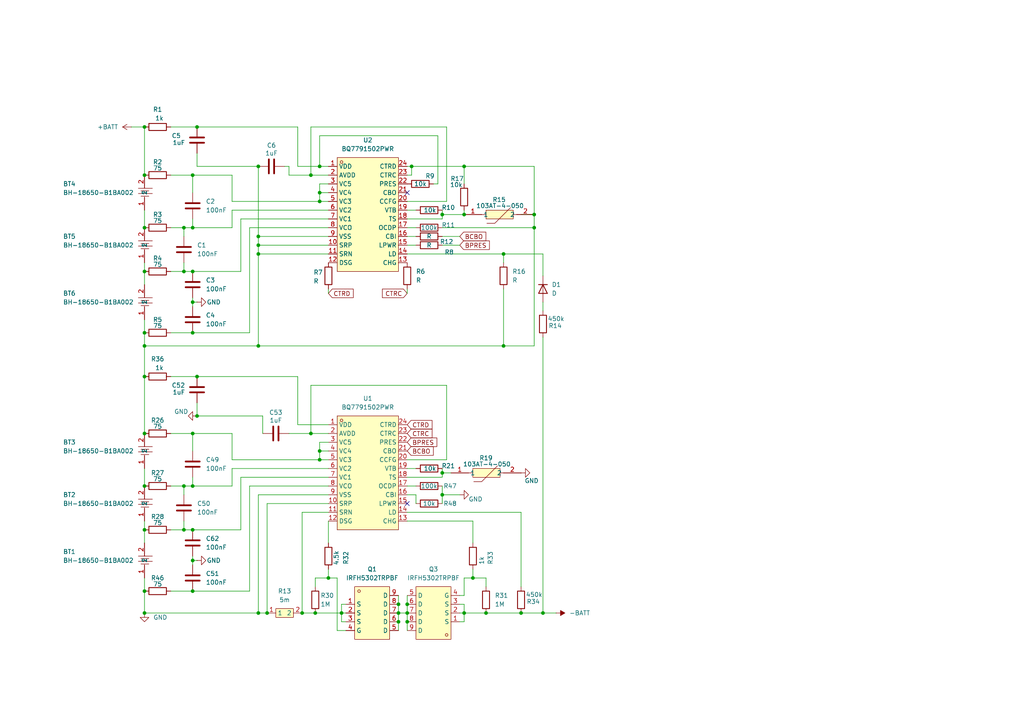
<source format=kicad_sch>
(kicad_sch (version 20250114) (generator "eeschema") (generator_version "9.0")
  (paper "A4")
  (lib_symbols
    (symbol "Device:C" (pin_numbers (hide yes)) (pin_names (offset 0.254))
      (property "Reference" "C" (at 0.635 2.54 0))
      (property "Value" "C" (at 0.635 -2.54 0))
      (symbol "C_0_1"
        (polyline (pts (xy -2.032 0.762) (xy 2.032 0.762)) (stroke (width 0.508)))
        (polyline (pts (xy -2.032 -0.762) (xy 2.032 -0.762)) (stroke (width 0.508)))
      )
      (symbol "C_1_1"
        (pin passive line (at 0 3.81 270) (length 2.794) (name "~") (number "1"))
        (pin passive line (at 0 -3.81 90) (length 2.794) (name "~") (number "2"))
      )
    )
    (symbol "Device:D" (pin_numbers (hide yes)) (pin_names (offset 1.016) (hide yes))
      (property "Reference" "D" (at 0 2.54 0))
      (property "Value" "D" (at 0 -2.54 0))
      (symbol "D_0_1"
        (polyline (pts (xy -1.27 1.27) (xy -1.27 -1.27)) (stroke (width 0.254)))
        (polyline (pts (xy 1.27 1.27) (xy 1.27 -1.27) (xy -1.27 0) (xy 1.27 1.27)) (stroke (width 0.254)))
        (polyline (pts (xy 1.27 0) (xy -1.27 0)))
      )
      (symbol "D_1_1"
        (pin passive line (at -3.81 0 0) (length 2.54) (name "K") (number "1"))
        (pin passive line (at 3.81 0 180) (length 2.54) (name "A") (number "2"))
      )
    )
    (symbol "Device:R" (pin_numbers (hide yes)) (pin_names (offset 0))
      (property "Reference" "R" (at 2.032 0 90))
      (property "Value" "R" (at 0 0 90))
      (symbol "R_0_1"
        (rectangle (start -1.016 -2.54) (end 1.016 2.54) (stroke (width 0.254)))
      )
      (symbol "R_1_1"
        (pin passive line (at 0 3.81 270) (length 1.27) (name "~") (number "1"))
        (pin passive line (at 0 -3.81 90) (length 1.27) (name "~") (number "2"))
      )
    )
    (symbol "GND_2" (power) (pin_numbers (hide yes)) (pin_names (offset 0) (hide yes))
      (property "Value" "GND" (at 0 -3.81 0))
      (symbol "GND_2_0_1"
        (polyline (pts (xy 0 0) (xy 0 -1.27) (xy 1.27 -1.27) (xy 0 -2.54) (xy -1.27 -1.27) (xy 0 -1.27)))
      )
      (symbol "GND_2_1_1"
        (pin power_in line (at 0 0 270) (length 0) (name "~") (number "1"))
      )
    )
    (symbol "easyeda2kicad:103AT-4-050"
      (property "Reference" "R" (at 0 5.08 0))
      (property "Value" "103AT-4-050" (at 0 -5.08 0))
      (symbol "103AT-4-050_0_1"
        (rectangle (start -3.81 1.27) (end 4.06 -1.27) (fill (type background)))
        (polyline (pts (xy -3.81 0) (xy -5.08 0)))
        (polyline (pts (xy -3.56 -2.54) (xy -1.27 -2.54) (xy 3.3 2.03)))
        (polyline (pts (xy 4.06 0) (xy 5.08 0)))
        (pin unspecified line (at -10.16 0 0) (length 5.08) (name "1") (number "1"))
        (pin unspecified line (at 10.16 0 180) (length 5.08) (name "2") (number "2"))
      )
    )
    (symbol "easyeda2kicad:BH-18650-B1BA002"
      (property "Reference" "BT" (at 0 5.08 0))
      (property "Value" "BH-18650-B1BA002" (at 0 -5.08 0))
      (symbol "BH-18650-B1BA002_0_1"
        (polyline (pts (xy -1.27 2.29) (xy -1.27 -1.78)))
        (polyline (pts (xy -0.51 1.27) (xy -0.51 -1.02)))
        (polyline (pts (xy 0.25 2.29) (xy 0.25 -1.78)))
        (polyline (pts (xy 1.02 1.27) (xy 1.02 -1.02)))
        (pin input line (at -5.08 0 0) (length 3.81) (name "2") (number "2"))
        (pin input line (at 5.08 0 180) (length 3.81) (name "1") (number "1"))
      )
    )
    (symbol "easyeda2kicad:BQ7791502PWR"
      (property "Reference" "U" (at 0 19.05 0))
      (property "Value" "BQ7791502PWR" (at 0 -19.05 0))
      (symbol "BQ7791502PWR_0_1"
        (rectangle (start -8.89 16.51) (end 8.89 -16.51) (fill (type background)))
        (circle (center -7.62 15.24) (radius 0.38))
        (pin unspecified line (at -11.43 13.97 0) (length 2.54) (name "VDD") (number "1"))
        (pin unspecified line (at -11.43 11.43 0) (length 2.54) (name "AVDD") (number "2"))
        (pin unspecified line (at -11.43 8.89 0) (length 2.54) (name "VC5") (number "3"))
        (pin unspecified line (at -11.43 6.35 0) (length 2.54) (name "VC4") (number "4"))
        (pin unspecified line (at -11.43 3.81 0) (length 2.54) (name "VC3") (number "5"))
        (pin unspecified line (at -11.43 1.27 0) (length 2.54) (name "VC2") (number "6"))
        (pin unspecified line (at -11.43 -1.27 0) (length 2.54) (name "VC1") (number "7"))
        (pin unspecified line (at -11.43 -3.81 0) (length 2.54) (name "VCO") (number "8"))
        (pin unspecified line (at -11.43 -6.35 0) (length 2.54) (name "VSS") (number "9"))
        (pin unspecified line (at -11.43 -8.89 0) (length 2.54) (name "SRP") (number "10"))
        (pin unspecified line (at -11.43 -11.43 0) (length 2.54) (name "SRN") (number "11"))
        (pin unspecified line (at -11.43 -13.97 0) (length 2.54) (name "DSG") (number "12"))
        (pin unspecified line (at 11.43 13.97 180) (length 2.54) (name "CTRD") (number "24"))
        (pin unspecified line (at 11.43 11.43 180) (length 2.54) (name "CTRC") (number "23"))
        (pin unspecified line (at 11.43 8.89 180) (length 2.54) (name "PRES") (number "22"))
        (pin unspecified line (at 11.43 6.35 180) (length 2.54) (name "CBO") (number "21"))
        (pin unspecified line (at 11.43 3.81 180) (length 2.54) (name "CCFG") (number "20"))
        (pin unspecified line (at 11.43 1.27 180) (length 2.54) (name "VTB") (number "19"))
        (pin unspecified line (at 11.43 -1.27 180) (length 2.54) (name "TS") (number "18"))
        (pin unspecified line (at 11.43 -3.81 180) (length 2.54) (name "OCDP") (number "17"))
        (pin unspecified line (at 11.43 -6.35 180) (length 2.54) (name "CBI") (number "16"))
        (pin unspecified line (at 11.43 -8.89 180) (length 2.54) (name "LPWR") (number "15"))
        (pin unspecified line (at 11.43 -11.43 180) (length 2.54) (name "LD") (number "14"))
        (pin unspecified line (at 11.43 -13.97 180) (length 2.54) (name "CHG") (number "13"))
      )
    )
    (symbol "easyeda2kicad:FRM121WFR005TM"
      (property "Reference" "R" (at 0 5.08 0))
      (property "Value" "FRM121WFR005TM" (at 0 -5.08 0))
      (symbol "FRM121WFR005TM_0_1"
        (rectangle (start -2.54 1.27) (end 2.54 -1.27) (fill (type background)))
        (pin unspecified line (at -5.08 0 0) (length 2.54) (name "1") (number "1"))
        (pin unspecified line (at 5.08 0 180) (length 2.54) (name "2") (number "2"))
      )
    )
    (symbol "easyeda2kicad:IRFH5302TRPBF"
      (property "Reference" "Q" (at 0 10.16 0))
      (property "Value" "IRFH5302TRPBF" (at 0 -10.16 0))
      (symbol "IRFH5302TRPBF_0_1"
        (rectangle (start -5.08 7.62) (end 5.08 -7.62) (fill (type background)))
        (circle (center -3.81 6.35) (radius 0.38))
        (pin unspecified line (at -7.62 2.54 0) (length 2.54) (name "S") (number "1"))
        (pin unspecified line (at -7.62 0 0) (length 2.54) (name "S") (number "2"))
        (pin unspecified line (at -7.62 -2.54 0) (length 2.54) (name "S") (number "3"))
        (pin unspecified line (at -7.62 -5.08 0) (length 2.54) (name "G") (number "4"))
        (pin unspecified line (at 7.62 5.08 180) (length 2.54) (name "D") (number "9"))
        (pin unspecified line (at 7.62 2.54 180) (length 2.54) (name "D") (number "8"))
        (pin unspecified line (at 7.62 0 180) (length 2.54) (name "D") (number "7"))
        (pin unspecified line (at 7.62 -2.54 180) (length 2.54) (name "D") (number "6"))
        (pin unspecified line (at 7.62 -5.08 180) (length 2.54) (name "D") (number "5"))
      )
    )
    (symbol "power:+BATT" (power) (pin_numbers (hide yes)) (pin_names (offset 0) (hide yes))
      (property "Value" "+BATT" (at 0 3.556 0))
      (symbol "+BATT_0_1"
        (polyline (pts (xy -0.762 1.27) (xy 0 2.54)))
        (polyline (pts (xy 0 2.54) (xy 0.762 1.27)))
        (polyline (pts (xy 0 0) (xy 0 2.54)))
      )
      (symbol "+BATT_1_1"
        (pin power_in line (at 0 0 90) (length 0) (name "~") (number "1"))
      )
    )
    (symbol "power:-BATT" (power) (pin_numbers (hide yes)) (pin_names (offset 0) (hide yes))
      (property "Value" "-BATT" (at 0 3.556 0))
      (symbol "-BATT_0_1"
        (polyline (pts (xy 0 0) (xy 0 2.54)))
        (polyline (pts (xy 0.762 1.27) (xy -0.762 1.27) (xy 0 2.54) (xy 0.762 1.27)) (fill (type outline)))
      )
      (symbol "-BATT_1_1"
        (pin power_in line (at 0 0 90) (length 0) (name "~") (number "1"))
      )
    )
  )
  (junction (at 119.38 48.26))
  (junction (at 53.34 78.74))
  (junction (at 128.27 137.16))
  (junction (at 91.44 177.8))
  (junction (at 92.71 48.26))
  (junction (at 53.34 66.04))
  (junction (at 92.71 55.88))
  (junction (at 128.27 143.51))
  (junction (at 154.94 66.04))
  (junction (at 55.88 140.97))
  (junction (at 74.93 177.8))
  (junction (at 157.48 177.8))
  (junction (at 55.88 66.04))
  (junction (at 41.91 125.73))
  (junction (at 134.62 62.23))
  (junction (at 41.91 153.67))
  (junction (at 134.62 48.26))
  (junction (at 134.62 177.8))
  (junction (at 41.91 140.97))
  (junction (at 53.34 140.97))
  (junction (at 53.34 153.67))
  (junction (at 137.16 167.64))
  (junction (at 41.91 100.33))
  (junction (at 140.97 177.8))
  (junction (at 92.71 58.42))
  (junction (at 118.11 180.34))
  (junction (at 115.57 175.26))
  (junction (at 74.93 100.33))
  (junction (at 74.93 48.26))
  (junction (at 57.15 36.83))
  (junction (at 55.88 50.8))
  (junction (at 55.88 153.67))
  (junction (at 99.06 177.8))
  (junction (at 90.17 125.73))
  (junction (at 146.05 100.33))
  (junction (at 41.91 50.8))
  (junction (at 74.93 68.58))
  (junction (at 90.17 50.8))
  (junction (at 41.91 66.04))
  (junction (at 146.05 73.66))
  (junction (at 55.88 87.63))
  (junction (at 55.88 125.73))
  (junction (at 95.25 167.64))
  (junction (at 57.15 109.22))
  (junction (at 41.91 109.22))
  (junction (at 55.88 171.45))
  (junction (at 74.93 71.12))
  (junction (at 55.88 162.56))
  (junction (at 118.11 175.26))
  (junction (at 41.91 171.45))
  (junction (at 74.93 73.66))
  (junction (at 118.11 177.8))
  (junction (at 77.47 177.8))
  (junction (at 87.63 177.8))
  (junction (at 41.91 177.8))
  (junction (at 55.88 96.52))
  (junction (at 154.94 62.23))
  (junction (at 41.91 96.52))
  (junction (at 115.57 177.8))
  (junction (at 92.71 133.35))
  (junction (at 41.91 78.74))
  (junction (at 128.27 62.23))
  (junction (at 57.15 120.65))
  (junction (at 92.71 130.81))
  (junction (at 115.57 180.34))
  (junction (at 55.88 78.74))
  (junction (at 151.13 177.8))
  (junction (at 41.91 36.83))
  (no_connect (at 118.11 146.05))
  (no_connect (at 118.11 55.88))
  (wire (pts (xy 95.25 66.04) (xy 72.39 66.04)))
  (wire (pts (xy 67.31 133.35) (xy 67.31 125.73)))
  (wire (pts (xy 53.34 140.97) (xy 49.53 140.97)))
  (wire (pts (xy 90.17 125.73) (xy 95.25 125.73)))
  (wire (pts (xy 95.25 146.05) (xy 77.47 146.05)))
  (wire (pts (xy 92.71 133.35) (xy 67.31 133.35)))
  (wire (pts (xy 41.91 96.52) (xy 41.91 92.71)))
  (wire (pts (xy 118.11 177.8) (xy 118.11 180.34)))
  (wire (pts (xy 120.65 146.05) (xy 120.65 143.51)))
  (wire (pts (xy 74.93 71.12) (xy 95.25 71.12)))
  (wire (pts (xy 95.25 135.89) (xy 67.31 135.89)))
  (wire (pts (xy 41.91 100.33) (xy 41.91 109.22)))
  (wire (pts (xy 157.48 97.79) (xy 157.48 177.8)))
  (wire (pts (xy 154.94 62.23) (xy 151.13 62.23)))
  (wire (pts (xy 41.91 151.13) (xy 41.91 153.67)))
  (wire (pts (xy 95.25 133.35) (xy 92.71 133.35)))
  (wire (pts (xy 115.57 180.34) (xy 115.57 182.88)))
  (wire (pts (xy 151.13 177.8) (xy 157.48 177.8)))
  (wire (pts (xy 41.91 78.74) (xy 41.91 82.55)))
  (wire (pts (xy 99.06 177.8) (xy 100.33 177.8)))
  (wire (pts (xy 118.11 50.8) (xy 119.38 50.8)))
  (wire (pts (xy 55.88 66.04) (xy 53.34 66.04)))
  (wire (pts (xy 53.34 66.04) (xy 49.53 66.04)))
  (wire (pts (xy 128.27 138.43) (xy 118.11 138.43)))
  (wire (pts (xy 90.17 111.76) (xy 90.17 125.73)))
  (wire (pts (xy 128.27 143.51) (xy 128.27 146.05)))
  (wire (pts (xy 128.27 62.23) (xy 128.27 63.5)))
  (wire (pts (xy 86.36 48.26) (xy 86.36 36.83)))
  (wire (pts (xy 133.35 180.34) (xy 134.62 180.34)))
  (wire (pts (xy 134.62 60.96) (xy 134.62 62.23)))
  (wire (pts (xy 90.17 36.83) (xy 90.17 50.8)))
  (wire (pts (xy 57.15 120.65) (xy 57.15 116.84)))
  (wire (pts (xy 118.11 48.26) (xy 119.38 48.26)))
  (wire (pts (xy 92.71 53.34) (xy 92.71 55.88)))
  (wire (pts (xy 49.53 125.73) (xy 55.88 125.73)))
  (wire (pts (xy 92.71 39.37) (xy 92.71 48.26)))
  (wire (pts (xy 86.36 123.19) (xy 95.25 123.19)))
  (wire (pts (xy 95.25 58.42) (xy 92.71 58.42)))
  (wire (pts (xy 129.54 111.76) (xy 90.17 111.76)))
  (wire (pts (xy 90.17 50.8) (xy 95.25 50.8)))
  (wire (pts (xy 134.62 48.26) (xy 134.62 53.34)))
  (wire (pts (xy 87.63 177.8) (xy 91.44 177.8)))
  (wire (pts (xy 74.93 68.58) (xy 74.93 71.12)))
  (wire (pts (xy 92.71 128.27) (xy 92.71 130.81)))
  (wire (pts (xy 128.27 66.04) (xy 154.94 66.04)))
  (wire (pts (xy 86.36 123.19) (xy 86.36 109.22)))
  (wire (pts (xy 100.33 182.88) (xy 97.79 182.88)))
  (wire (pts (xy 74.93 100.33) (xy 146.05 100.33)))
  (wire (pts (xy 92.71 130.81) (xy 92.71 133.35)))
  (wire (pts (xy 41.91 135.89) (xy 41.91 140.97)))
  (wire (pts (xy 95.25 140.97) (xy 72.39 140.97)))
  (wire (pts (xy 72.39 140.97) (xy 72.39 171.45)))
  (wire (pts (xy 130.81 137.16) (xy 128.27 137.16)))
  (wire (pts (xy 157.48 87.63) (xy 157.48 90.17)))
  (wire (pts (xy 137.16 167.64) (xy 134.62 167.64)))
  (wire (pts (xy 67.31 125.73) (xy 55.88 125.73)))
  (wire (pts (xy 95.25 167.64) (xy 97.79 167.64)))
  (wire (pts (xy 55.88 138.43) (xy 55.88 140.97)))
  (wire (pts (xy 67.31 58.42) (xy 67.31 50.8)))
  (wire (pts (xy 118.11 66.04) (xy 120.65 66.04)))
  (wire (pts (xy 86.36 36.83) (xy 57.15 36.83)))
  (wire (pts (xy 118.11 135.89) (xy 120.65 135.89)))
  (wire (pts (xy 67.31 135.89) (xy 67.31 140.97)))
  (wire (pts (xy 83.82 125.73) (xy 90.17 125.73)))
  (wire (pts (xy 57.15 120.65) (xy 76.2 120.65)))
  (wire (pts (xy 128.27 140.97) (xy 128.27 143.51)))
  (wire (pts (xy 41.91 60.96) (xy 41.91 66.04)))
  (wire (pts (xy 118.11 140.97) (xy 120.65 140.97)))
  (wire (pts (xy 129.54 58.42) (xy 129.54 36.83)))
  (wire (pts (xy 140.97 170.18) (xy 140.97 167.64)))
  (wire (pts (xy 134.62 48.26) (xy 154.94 48.26)))
  (wire (pts (xy 115.57 177.8) (xy 118.11 177.8)))
  (wire (pts (xy 154.94 48.26) (xy 154.94 62.23)))
  (wire (pts (xy 74.93 143.51) (xy 74.93 177.8)))
  (wire (pts (xy 134.62 172.72) (xy 133.35 172.72)))
  (wire (pts (xy 95.25 53.34) (xy 92.71 53.34)))
  (wire (pts (xy 74.93 177.8) (xy 77.47 177.8)))
  (wire (pts (xy 74.93 73.66) (xy 95.25 73.66)))
  (wire (pts (xy 95.25 63.5) (xy 69.85 63.5)))
  (wire (pts (xy 41.91 153.67) (xy 41.91 157.48)))
  (wire (pts (xy 133.35 68.58) (xy 128.27 68.58)))
  (wire (pts (xy 95.25 167.64) (xy 91.44 167.64)))
  (wire (pts (xy 120.65 143.51) (xy 118.11 143.51)))
  (wire (pts (xy 128.27 143.51) (xy 133.35 143.51)))
  (wire (pts (xy 118.11 172.72) (xy 118.11 175.26)))
  (wire (pts (xy 157.48 80.01) (xy 157.48 73.66)))
  (wire (pts (xy 146.05 83.82) (xy 146.05 100.33)))
  (wire (pts (xy 53.34 140.97) (xy 53.34 143.51)))
  (wire (pts (xy 129.54 36.83) (xy 90.17 36.83)))
  (wire (pts (xy 95.25 130.81) (xy 92.71 130.81)))
  (wire (pts (xy 55.88 125.73) (xy 55.88 130.81)))
  (wire (pts (xy 57.15 162.56) (xy 55.88 162.56)))
  (wire (pts (xy 67.31 50.8) (xy 55.88 50.8)))
  (wire (pts (xy 118.11 60.96) (xy 120.65 60.96)))
  (wire (pts (xy 53.34 66.04) (xy 53.34 68.58)))
  (wire (pts (xy 41.91 171.45) (xy 41.91 177.8)))
  (wire (pts (xy 95.25 148.59) (xy 87.63 148.59)))
  (wire (pts (xy 133.35 175.26) (xy 134.62 175.26)))
  (wire (pts (xy 74.93 68.58) (xy 95.25 68.58)))
  (wire (pts (xy 118.11 133.35) (xy 129.54 133.35)))
  (wire (pts (xy 49.53 78.74) (xy 53.34 78.74)))
  (wire (pts (xy 118.11 180.34) (xy 118.11 182.88)))
  (wire (pts (xy 72.39 96.52) (xy 55.88 96.52)))
  (wire (pts (xy 55.88 50.8) (xy 55.88 55.88)))
  (wire (pts (xy 55.88 140.97) (xy 53.34 140.97)))
  (wire (pts (xy 128.27 60.96) (xy 128.27 62.23)))
  (wire (pts (xy 69.85 138.43) (xy 69.85 153.67)))
  (wire (pts (xy 74.93 73.66) (xy 74.93 100.33)))
  (wire (pts (xy 53.34 153.67) (xy 55.88 153.67)))
  (wire (pts (xy 118.11 85.09) (xy 118.11 83.82)))
  (wire (pts (xy 137.16 151.13) (xy 118.11 151.13)))
  (wire (pts (xy 49.53 109.22) (xy 57.15 109.22)))
  (wire (pts (xy 119.38 48.26) (xy 134.62 48.26)))
  (wire (pts (xy 115.57 177.8) (xy 115.57 180.34)))
  (wire (pts (xy 95.25 60.96) (xy 67.31 60.96)))
  (wire (pts (xy 115.57 175.26) (xy 115.57 177.8)))
  (wire (pts (xy 95.25 138.43) (xy 69.85 138.43)))
  (wire (pts (xy 118.11 175.26) (xy 118.11 177.8)))
  (wire (pts (xy 86.36 109.22) (xy 57.15 109.22)))
  (wire (pts (xy 115.57 172.72) (xy 115.57 175.26)))
  (wire (pts (xy 137.16 157.48) (xy 137.16 151.13)))
  (wire (pts (xy 55.88 171.45) (xy 49.53 171.45)))
  (wire (pts (xy 91.44 177.8) (xy 99.06 177.8)))
  (wire (pts (xy 92.71 58.42) (xy 67.31 58.42)))
  (wire (pts (xy 133.35 177.8) (xy 134.62 177.8)))
  (wire (pts (xy 38.1 36.83) (xy 41.91 36.83)))
  (wire (pts (xy 92.71 48.26) (xy 95.25 48.26)))
  (wire (pts (xy 69.85 63.5) (xy 69.85 78.74)))
  (wire (pts (xy 55.88 87.63) (xy 55.88 88.9)))
  (wire (pts (xy 95.25 143.51) (xy 74.93 143.51)))
  (wire (pts (xy 55.88 86.36) (xy 55.88 87.63)))
  (wire (pts (xy 134.62 175.26) (xy 134.62 177.8)))
  (wire (pts (xy 92.71 48.26) (xy 86.36 48.26)))
  (wire (pts (xy 57.15 48.26) (xy 74.93 48.26)))
  (wire (pts (xy 129.54 133.35) (xy 129.54 111.76)))
  (wire (pts (xy 140.97 177.8) (xy 151.13 177.8)))
  (wire (pts (xy 95.25 55.88) (xy 92.71 55.88)))
  (wire (pts (xy 49.53 153.67) (xy 53.34 153.67)))
  (wire (pts (xy 41.91 171.45) (xy 41.91 167.64)))
  (wire (pts (xy 67.31 60.96) (xy 67.31 66.04)))
  (wire (pts (xy 74.93 48.26) (xy 74.93 68.58)))
  (wire (pts (xy 128.27 62.23) (xy 134.62 62.23)))
  (wire (pts (xy 72.39 171.45) (xy 55.88 171.45)))
  (wire (pts (xy 133.35 71.12) (xy 128.27 71.12)))
  (wire (pts (xy 41.91 100.33) (xy 74.93 100.33)))
  (wire (pts (xy 157.48 73.66) (xy 146.05 73.66)))
  (wire (pts (xy 53.34 76.2) (xy 53.34 78.74)))
  (wire (pts (xy 146.05 73.66) (xy 146.05 76.2)))
  (wire (pts (xy 157.48 177.8) (xy 161.29 177.8)))
  (wire (pts (xy 120.65 71.12) (xy 118.11 71.12)))
  (wire (pts (xy 134.62 167.64) (xy 134.62 172.72)))
  (wire (pts (xy 55.88 161.29) (xy 55.88 162.56)))
  (wire (pts (xy 91.44 167.64) (xy 91.44 170.18)))
  (wire (pts (xy 41.91 177.8) (xy 74.93 177.8)))
  (wire (pts (xy 57.15 87.63) (xy 55.88 87.63)))
  (wire (pts (xy 95.25 128.27) (xy 92.71 128.27)))
  (wire (pts (xy 49.53 36.83) (xy 57.15 36.83)))
  (wire (pts (xy 41.91 36.83) (xy 41.91 50.8)))
  (wire (pts (xy 74.93 73.66) (xy 74.93 71.12)))
  (wire (pts (xy 55.88 63.5) (xy 55.88 66.04)))
  (wire (pts (xy 154.94 66.04) (xy 154.94 62.23)))
  (wire (pts (xy 69.85 153.67) (xy 55.88 153.67)))
  (wire (pts (xy 69.85 78.74) (xy 55.88 78.74)))
  (wire (pts (xy 97.79 167.64) (xy 97.79 182.88)))
  (wire (pts (xy 151.13 148.59) (xy 151.13 170.18)))
  (wire (pts (xy 87.63 148.59) (xy 87.63 177.8)))
  (wire (pts (xy 49.53 50.8) (xy 55.88 50.8)))
  (wire (pts (xy 100.33 180.34) (xy 99.06 180.34)))
  (wire (pts (xy 125.73 53.34) (xy 127 53.34)))
  (wire (pts (xy 127 53.34) (xy 127 39.37)))
  (wire (pts (xy 41.91 109.22) (xy 41.91 125.73)))
  (wire (pts (xy 151.13 148.59) (xy 118.11 148.59)))
  (wire (pts (xy 134.62 177.8) (xy 140.97 177.8)))
  (wire (pts (xy 67.31 140.97) (xy 55.88 140.97)))
  (wire (pts (xy 83.82 48.26) (xy 83.82 50.8)))
  (wire (pts (xy 72.39 66.04) (xy 72.39 96.52)))
  (wire (pts (xy 120.65 68.58) (xy 118.11 68.58)))
  (wire (pts (xy 83.82 50.8) (xy 90.17 50.8)))
  (wire (pts (xy 95.25 85.09) (xy 95.25 83.82)))
  (wire (pts (xy 57.15 48.26) (xy 57.15 44.45)))
  (wire (pts (xy 95.25 157.48) (xy 95.25 151.13)))
  (wire (pts (xy 118.11 58.42) (xy 129.54 58.42)))
  (wire (pts (xy 154.94 66.04) (xy 154.94 100.33)))
  (wire (pts (xy 99.06 180.34) (xy 99.06 177.8)))
  (wire (pts (xy 55.88 162.56) (xy 55.88 163.83)))
  (wire (pts (xy 128.27 137.16) (xy 128.27 138.43)))
  (wire (pts (xy 41.91 76.2) (xy 41.91 78.74)))
  (wire (pts (xy 67.31 66.04) (xy 55.88 66.04)))
  (wire (pts (xy 95.25 165.1) (xy 95.25 167.64)))
  (wire (pts (xy 77.47 146.05) (xy 77.47 177.8)))
  (wire (pts (xy 100.33 175.26) (xy 99.06 175.26)))
  (wire (pts (xy 134.62 180.34) (xy 134.62 177.8)))
  (wire (pts (xy 99.06 175.26) (xy 99.06 177.8)))
  (wire (pts (xy 41.91 96.52) (xy 41.91 100.33)))
  (wire (pts (xy 92.71 55.88) (xy 92.71 58.42)))
  (wire (pts (xy 137.16 167.64) (xy 140.97 167.64)))
  (wire (pts (xy 146.05 100.33) (xy 154.94 100.33)))
  (wire (pts (xy 127 39.37) (xy 92.71 39.37)))
  (wire (pts (xy 128.27 63.5) (xy 118.11 63.5)))
  (wire (pts (xy 128.27 135.89) (xy 128.27 137.16)))
  (wire (pts (xy 119.38 50.8) (xy 119.38 48.26)))
  (wire (pts (xy 137.16 165.1) (xy 137.16 167.64)))
  (wire (pts (xy 53.34 151.13) (xy 53.34 153.67)))
  (wire (pts (xy 146.05 73.66) (xy 118.11 73.66)))
  (wire (pts (xy 53.34 78.74) (xy 55.88 78.74)))
  (wire (pts (xy 76.2 120.65) (xy 76.2 125.73)))
  (wire (pts (xy 83.82 48.26) (xy 82.55 48.26)))
  (wire (pts (xy 55.88 96.52) (xy 49.53 96.52)))
  (global_label "CTRD" (shape input) (at 95.25 85.09 0) (property "Intersheetrefs" "${INTERSHEET_REFS}" (effects (hide yes))))
  (global_label "BCBO" (shape input) (at 133.35 68.58 0) (property "Intersheetrefs" "${INTERSHEET_REFS}" (effects (hide yes))))
  (global_label "CTRD" (shape input) (at 118.11 123.19 0) (property "Intersheetrefs" "${INTERSHEET_REFS}" (effects (hide yes))))
  (global_label "CTRC" (shape input) (at 118.11 85.09 180) (property "Intersheetrefs" "${INTERSHEET_REFS}" (effects (hide yes))))
  (global_label "BPRES" (shape input) (at 133.35 71.12 0) (property "Intersheetrefs" "${INTERSHEET_REFS}" (effects (hide yes))))
  (global_label "BCBO" (shape input) (at 118.11 130.81 0) (property "Intersheetrefs" "${INTERSHEET_REFS}" (effects (hide yes))))
  (global_label "BPRES" (shape input) (at 118.11 128.27 0) (property "Intersheetrefs" "${INTERSHEET_REFS}" (effects (hide yes))))
  (global_label "CTRC" (shape input) (at 118.11 125.73 0) (property "Intersheetrefs" "${INTERSHEET_REFS}" (effects (hide yes))))
  (symbol (lib_id "Device:R") (at 124.46 140.97 270) (unit 1)
    (property "Reference" "R47" (at 130.556 140.97 90))
    (property "Value" "100k" (at 124.46 140.97 90))
    (property "Footprint" "Resistor_SMD:R_0603_1608Metric_Pad0.98x0.95mm_HandSolder" (effects (hide yes)))
    (property "Description" "Resistor" (effects (hide yes)))
  )
  (symbol (lib_id "easyeda2kicad:BH-18650-B1BA002") (at 41.91 146.05 270) (unit 1)
    (property "Reference" "BT2" (at 18.288 143.51 90) (effects (justify left)))
    (property "Value" "BH-18650-B1BA002" (at 18.288 146.05 90) (effects (justify left)))
    (property "Footprint" "easyeda2kicad:BATTERY-SMD_18650-1S-L77.1-W20.7-1" (effects (hide yes)))
    (property "LCSC Part" "C2988620" (effects (hide yes)))
  )
  (symbol (lib_name "GND_2") (lib_id "power:GND") (at 57.15 162.56 90) (unit 1)
    (property "Reference" "#PWR05" (effects (hide yes)))
    (property "Value" "GND" (at 59.944 162.56 90) (effects (justify right)))
    (property "Description" "Power symbol creates a global label with name \"GND\" , ground" (effects (hide yes)))
  )
  (symbol (lib_id "easyeda2kicad:BQ7791502PWR") (at 106.68 137.16 0) (unit 1)
    (property "Reference" "U1" (at 106.68 115.57 0))
    (property "Value" "BQ7791502PWR" (at 106.68 118.11 0))
    (property "Footprint" "easyeda2kicad:TSSOP-24_L7.8-W4.4-P0.65-LS6.4-BL_1" (effects (hide yes)))
    (property "LCSC Part" "C2865574" (effects (hide yes)))
  )
  (symbol (lib_id "easyeda2kicad:IRFH5302TRPBF") (at 107.95 177.8 0) (unit 1)
    (property "Reference" "Q1" (at 107.95 165.1 0))
    (property "Value" "IRFH5302TRPBF" (at 107.95 167.64 0))
    (property "Footprint" "easyeda2kicad:PQFN-8_L6.0-W5.0-P1.27-LS6.0-BL" (effects (hide yes)))
    (property "Datasheet" "https://lcsc.com/product-detail/MOSFET_Infineon_IRFH5302TRPBF_IRFH5302TRPBF_C148153.html" (effects (hide yes)))
    (property "LCSC Part" "C148153" (effects (hide yes)))
  )
  (symbol (lib_id "Device:R") (at 45.72 96.52 90) (unit 1)
    (property "Reference" "R5" (at 45.72 92.71 90))
    (property "Value" "75" (at 45.72 94.488 90))
    (property "Footprint" "Resistor_SMD:R_1206_3216Metric_Pad1.30x1.75mm_HandSolder" (effects (hide yes)))
    (property "Description" "Resistor" (effects (hide yes)))
  )
  (symbol (lib_id "Device:R") (at 45.72 171.45 90) (unit 1)
    (property "Reference" "R46" (at 45.72 167.64 90))
    (property "Value" "75" (at 45.72 169.418 90))
    (property "Footprint" "Resistor_SMD:R_1206_3216Metric_Pad1.30x1.75mm_HandSolder" (effects (hide yes)))
    (property "Description" "Resistor" (effects (hide yes)))
  )
  (symbol (lib_id "Device:R") (at 45.72 36.83 90) (unit 1)
    (property "Reference" "R1" (at 45.72 31.75 90))
    (property "Value" "1k" (at 46.228 34.29 90))
    (property "Footprint" "Resistor_SMD:R_0603_1608Metric_Pad0.98x0.95mm_HandSolder" (effects (hide yes)))
    (property "Description" "Resistor" (effects (hide yes)))
  )
  (symbol (lib_id "Device:R") (at 45.72 66.04 90) (unit 1)
    (property "Reference" "R3" (at 45.72 62.23 90))
    (property "Value" "75" (at 45.72 64.008 90))
    (property "Footprint" "Resistor_SMD:R_1206_3216Metric_Pad1.30x1.75mm_HandSolder" (effects (hide yes)))
    (property "Description" "Resistor" (effects (hide yes)))
  )
  (symbol (lib_id "Device:R") (at 124.46 135.89 90) (unit 1)
    (property "Reference" "R21" (at 130.048 135.128 90))
    (property "Value" "10k" (at 124.714 135.89 90))
    (property "Footprint" "Resistor_SMD:R_0603_1608Metric_Pad0.98x0.95mm_HandSolder" (effects (hide yes)))
    (property "Description" "Resistor" (effects (hide yes)))
  )
  (symbol (lib_id "easyeda2kicad:BH-18650-B1BA002") (at 41.91 162.56 270) (unit 1)
    (property "Reference" "BT1" (at 18.288 160.02 90) (effects (justify left)))
    (property "Value" "BH-18650-B1BA002" (at 18.288 162.56 90) (effects (justify left)))
    (property "Footprint" "easyeda2kicad:BATTERY-SMD_18650-1S-L77.1-W20.7-1" (effects (hide yes)))
    (property "LCSC Part" "C2988620" (effects (hide yes)))
  )
  (symbol (lib_id "easyeda2kicad:BH-18650-B1BA002") (at 41.91 130.81 270) (unit 1)
    (property "Reference" "BT3" (at 18.288 128.27 90) (effects (justify left)))
    (property "Value" "BH-18650-B1BA002" (at 18.288 130.81 90) (effects (justify left)))
    (property "Footprint" "easyeda2kicad:BATTERY-SMD_18650-1S-L77.1-W20.7-1" (effects (hide yes)))
    (property "LCSC Part" "C2988620" (effects (hide yes)))
  )
  (symbol (lib_id "easyeda2kicad:BH-18650-B1BA002") (at 41.91 71.12 270) (unit 1)
    (property "Reference" "BT5" (at 18.288 68.58 90) (effects (justify left)))
    (property "Value" "BH-18650-B1BA002" (at 18.288 71.12 90) (effects (justify left)))
    (property "Footprint" "easyeda2kicad:BATTERY-SMD_18650-1S-L77.1-W20.7-1" (effects (hide yes)))
    (property "LCSC Part" "C2988620" (effects (hide yes)))
  )
  (symbol (lib_id "Device:R") (at 124.46 71.12 90) (unit 1)
    (property "Reference" "R8" (at 130.302 73.152 90))
    (property "Value" "R" (at 124.46 71.12 90))
    (property "Description" "Resistor" (effects (hide yes)))
  )
  (symbol (lib_id "easyeda2kicad:103AT-4-050") (at 140.97 137.16 0) (unit 1)
    (property "Reference" "R19" (at 140.97 132.842 0))
    (property "Value" "103AT-4-050" (at 141.224 134.62 0))
    (property "Footprint" "easyeda2kicad:RES-TH_L2.5-W2.5-P1.70-D0.3" (effects (hide yes)))
    (property "Datasheet" "https://lcsc.com/product-detail/NTC-Thermistors_SEMITEC_103AT-4-050_SEMITEC-103AT-4-050_C497233.html" (effects (hide yes)))
    (property "LCSC Part" "C497233" (effects (hide yes)))
  )
  (symbol (lib_id "Device:C") (at 55.88 157.48 0) (unit 1)
    (property "Reference" "C62" (at 59.69 156.2099 0) (effects (justify left)))
    (property "Value" "100nF" (at 59.69 158.7499 0) (effects (justify left)))
    (property "Footprint" "Capacitor_SMD:C_0603_1608Metric_Pad1.08x0.95mm_HandSolder" (effects (hide yes)))
    (property "Description" "Unpolarized capacitor" (effects (hide yes)))
  )
  (symbol (lib_name "GND_2") (lib_id "power:GND") (at 151.13 137.16 90) (unit 1)
    (property "Reference" "#PWR02" (effects (hide yes)))
    (property "Value" "GND" (at 152.146 139.446 90) (effects (justify right)))
    (property "Description" "Power symbol creates a global label with name \"GND\" , ground" (effects (hide yes)))
  )
  (symbol (lib_id "easyeda2kicad:BH-18650-B1BA002") (at 41.91 87.63 270) (unit 1)
    (property "Reference" "BT6" (at 18.288 85.09 90) (effects (justify left)))
    (property "Value" "BH-18650-B1BA002" (at 18.288 87.63 90) (effects (justify left)))
    (property "Footprint" "easyeda2kicad:BATTERY-SMD_18650-1S-L77.1-W20.7-1" (effects (hide yes)))
    (property "LCSC Part" "C2988620" (effects (hide yes)))
  )
  (symbol (lib_id "easyeda2kicad:FRM121WFR005TM") (at 82.55 177.8 0) (unit 1)
    (property "Reference" "R13" (at 82.55 171.45 0))
    (property "Value" "5m" (at 82.55 173.99 0))
    (property "Footprint" "Resistor_SMD:R_2512_6332Metric_Pad1.40x3.35mm_HandSolder" (effects (hide yes)))
    (property "LCSC Part" "C5123656" (effects (hide yes)))
  )
  (symbol (lib_id "Device:R") (at 45.72 125.73 90) (unit 1)
    (property "Reference" "R26" (at 45.72 121.92 90))
    (property "Value" "75" (at 45.72 123.698 90))
    (property "Footprint" "Resistor_SMD:R_1206_3216Metric_Pad1.30x1.75mm_HandSolder" (effects (hide yes)))
    (property "Description" "Resistor" (effects (hide yes)))
  )
  (symbol (lib_id "Device:R") (at 45.72 78.74 90) (unit 1)
    (property "Reference" "R4" (at 45.72 74.93 90))
    (property "Value" "75" (at 45.72 76.708 90))
    (property "Footprint" "Resistor_SMD:R_1206_3216Metric_Pad1.30x1.75mm_HandSolder" (effects (hide yes)))
    (property "Description" "Resistor" (effects (hide yes)))
  )
  (symbol (lib_name "GND_2") (lib_id "power:GND") (at 41.91 177.8 0) (unit 1)
    (property "Reference" "#PWR036" (effects (hide yes)))
    (property "Value" "GND" (at 44.45 179.0699 0) (effects (justify left)))
    (property "Description" "Power symbol creates a global label with name \"GND\" , ground" (effects (hide yes)))
  )
  (symbol (lib_id "Device:C") (at 55.88 134.62 0) (unit 1)
    (property "Reference" "C49" (at 59.69 133.3499 0) (effects (justify left)))
    (property "Value" "100nF" (at 59.69 135.8899 0) (effects (justify left)))
    (property "Footprint" "Capacitor_SMD:C_0603_1608Metric_Pad1.08x0.95mm_HandSolder" (effects (hide yes)))
    (property "Description" "Unpolarized capacitor" (effects (hide yes)))
  )
  (symbol (lib_name "GND_2") (lib_id "power:GND") (at 57.15 87.63 90) (unit 1)
    (property "Reference" "#PWR09" (effects (hide yes)))
    (property "Value" "GND" (at 59.944 87.63 90) (effects (justify right)))
    (property "Description" "Power symbol creates a global label with name \"GND\" , ground" (effects (hide yes)))
  )
  (symbol (lib_id "Device:C") (at 55.88 59.69 0) (unit 1)
    (property "Reference" "C2" (at 59.69 58.4199 0) (effects (justify left)))
    (property "Value" "100nF" (at 59.69 60.9599 0) (effects (justify left)))
    (property "Footprint" "Capacitor_SMD:C_0603_1608Metric_Pad1.08x0.95mm_HandSolder" (effects (hide yes)))
    (property "Description" "Unpolarized capacitor" (effects (hide yes)))
  )
  (symbol (lib_id "Device:C") (at 57.15 40.64 180) (unit 1)
    (property "Reference" "C5" (at 49.784 39.37 0) (effects (justify right)))
    (property "Value" "1uF" (at 50.038 41.402 0) (effects (justify right)))
    (property "Footprint" "Resistor_SMD:R_0603_1608Metric_Pad0.98x0.95mm_HandSolder" (effects (hide yes)))
    (property "Description" "Unpolarized capacitor" (effects (hide yes)))
  )
  (symbol (lib_id "Device:R") (at 91.44 173.99 0) (unit 1)
    (property "Reference" "R30" (at 92.964 172.72 0) (effects (justify left)))
    (property "Value" "1M" (at 92.964 175.26 0) (effects (justify left)))
    (property "Footprint" "Resistor_SMD:R_0603_1608Metric_Pad0.98x0.95mm_HandSolder" (effects (hide yes)))
    (property "Description" "Resistor" (effects (hide yes)))
  )
  (symbol (lib_id "Device:R") (at 137.16 161.29 0) (unit 1)
    (property "Reference" "R33" (at 142.24 161.798 90))
    (property "Value" "1k" (at 139.7 162.56 90))
    (property "Footprint" "Resistor_SMD:R_0603_1608Metric_Pad0.98x0.95mm_HandSolder" (effects (hide yes)))
    (property "Description" "Resistor" (effects (hide yes)))
  )
  (symbol (lib_id "Device:R") (at 157.48 93.98 0) (unit 1)
    (property "Reference" "R14" (at 161.036 94.488 0))
    (property "Value" "450k" (at 161.29 92.456 0))
    (property "Footprint" "Resistor_SMD:R_0603_1608Metric_Pad0.98x0.95mm_HandSolder" (effects (hide yes)))
    (property "Description" "Resistor" (effects (hide yes)))
  )
  (symbol (lib_id "Device:R") (at 124.46 146.05 270) (unit 1)
    (property "Reference" "R48" (at 130.556 146.05 90))
    (property "Value" "10k" (at 124.46 146.05 90))
    (property "Footprint" "Resistor_SMD:R_0603_1608Metric_Pad0.98x0.95mm_HandSolder" (effects (hide yes)))
    (property "Description" "Resistor" (effects (hide yes)))
  )
  (symbol (lib_id "Device:R") (at 118.11 80.01 0) (unit 1)
    (property "Reference" "R6" (at 120.65 78.7399 0) (effects (justify left)))
    (property "Value" "R" (at 120.65 81.2799 0) (effects (justify left)))
    (property "Description" "Resistor" (effects (hide yes)))
  )
  (symbol (lib_id "power:+BATT") (at 38.1 36.83 90) (unit 1)
    (property "Reference" "#PWR06" (effects (hide yes)))
    (property "Value" "+BATT" (at 34.29 36.8299 90) (effects (justify left)))
    (property "Description" "Power symbol creates a global label with name \"+BATT\"" (effects (hide yes)))
  )
  (symbol (lib_id "Device:R") (at 95.25 161.29 0) (unit 1)
    (property "Reference" "R32" (at 100.33 161.798 90))
    (property "Value" "4.5k" (at 97.536 161.798 90))
    (property "Footprint" "Resistor_SMD:R_0603_1608Metric_Pad0.98x0.95mm_HandSolder" (effects (hide yes)))
    (property "Description" "Resistor" (effects (hide yes)))
  )
  (symbol (lib_id "Device:R") (at 124.46 66.04 270) (unit 1)
    (property "Reference" "R11" (at 130.048 65.278 90))
    (property "Value" "100k" (at 124.46 66.04 90))
    (property "Footprint" "Resistor_SMD:R_0603_1608Metric_Pad0.98x0.95mm_HandSolder" (effects (hide yes)))
    (property "Description" "Resistor" (effects (hide yes)))
  )
  (symbol (lib_id "Device:R") (at 45.72 140.97 90) (unit 1)
    (property "Reference" "R27" (at 45.72 137.16 90))
    (property "Value" "75" (at 45.72 138.938 90))
    (property "Footprint" "Resistor_SMD:R_1206_3216Metric_Pad1.30x1.75mm_HandSolder" (effects (hide yes)))
    (property "Description" "Resistor" (effects (hide yes)))
  )
  (symbol (lib_id "Device:C") (at 53.34 72.39 0) (unit 1)
    (property "Reference" "C1" (at 57.15 71.1199 0) (effects (justify left)))
    (property "Value" "100nF" (at 57.15 73.6599 0) (effects (justify left)))
    (property "Footprint" "Capacitor_SMD:C_0603_1608Metric_Pad1.08x0.95mm_HandSolder" (effects (hide yes)))
    (property "Description" "Unpolarized capacitor" (effects (hide yes)))
  )
  (symbol (lib_id "Device:R") (at 124.46 68.58 90) (unit 1)
    (property "Reference" "R12" (at 129.54 70.104 90))
    (property "Value" "R" (at 124.46 68.58 90))
    (property "Description" "Resistor" (effects (hide yes)))
  )
  (symbol (lib_id "Device:C") (at 53.34 147.32 0) (unit 1)
    (property "Reference" "C50" (at 57.15 146.0499 0) (effects (justify left)))
    (property "Value" "100nF" (at 57.15 148.5899 0) (effects (justify left)))
    (property "Footprint" "Capacitor_SMD:C_0603_1608Metric_Pad1.08x0.95mm_HandSolder" (effects (hide yes)))
    (property "Description" "Unpolarized capacitor" (effects (hide yes)))
  )
  (symbol (lib_id "Device:R") (at 45.72 50.8 90) (unit 1)
    (property "Reference" "R2" (at 45.72 46.99 90))
    (property "Value" "75" (at 45.72 48.768 90))
    (property "Footprint" "Resistor_SMD:R_1206_3216Metric_Pad1.30x1.75mm_HandSolder" (effects (hide yes)))
    (property "Description" "Resistor" (effects (hide yes)))
  )
  (symbol (lib_id "power:-BATT") (at 161.29 177.8 270) (unit 1)
    (property "Reference" "#PWR037" (effects (hide yes)))
    (property "Value" "-BATT" (at 165.1 177.7999 90) (effects (justify left)))
    (property "Description" "Power symbol creates a global label with name \"-BATT\"" (effects (hide yes)))
  )
  (symbol (lib_id "easyeda2kicad:103AT-4-050") (at 144.78 62.23 0) (unit 1)
    (property "Reference" "R15" (at 144.78 57.912 0))
    (property "Value" "103AT-4-050" (at 145.034 59.69 0))
    (property "Footprint" "easyeda2kicad:RES-TH_L2.5-W2.5-P1.70-D0.3" (effects (hide yes)))
    (property "Datasheet" "https://lcsc.com/product-detail/NTC-Thermistors_SEMITEC_103AT-4-050_SEMITEC-103AT-4-050_C497233.html" (effects (hide yes)))
    (property "LCSC Part" "C497233" (effects (hide yes)))
  )
  (symbol (lib_name "GND_2") (lib_id "power:GND") (at 133.35 143.51 90) (unit 1)
    (property "Reference" "#PWR03" (effects (hide yes)))
    (property "Value" "GND" (at 135.89 144.78 90) (effects (justify right)))
    (property "Description" "Power symbol creates a global label with name \"GND\" , ground" (effects (hide yes)))
  )
  (symbol (lib_id "Device:R") (at 45.72 153.67 90) (unit 1)
    (property "Reference" "R28" (at 45.72 149.86 90))
    (property "Value" "75" (at 45.72 151.638 90))
    (property "Footprint" "Resistor_SMD:R_1206_3216Metric_Pad1.30x1.75mm_HandSolder" (effects (hide yes)))
    (property "Description" "Resistor" (effects (hide yes)))
  )
  (symbol (lib_id "Device:C") (at 55.88 82.55 0) (unit 1)
    (property "Reference" "C3" (at 59.69 81.2799 0) (effects (justify left)))
    (property "Value" "100nF" (at 59.69 83.8199 0) (effects (justify left)))
    (property "Footprint" "Capacitor_SMD:C_0603_1608Metric_Pad1.08x0.95mm_HandSolder" (effects (hide yes)))
    (property "Description" "Unpolarized capacitor" (effects (hide yes)))
  )
  (symbol (lib_id "easyeda2kicad:BH-18650-B1BA002") (at 41.91 55.88 270) (unit 1)
    (property "Reference" "BT4" (at 18.288 53.34 90) (effects (justify left)))
    (property "Value" "BH-18650-B1BA002" (at 18.288 55.88 90) (effects (justify left)))
    (property "Footprint" "easyeda2kicad:BATTERY-SMD_18650-1S-L77.1-W20.7-1" (effects (hide yes)))
    (property "LCSC Part" "C2988620" (effects (hide yes)))
  )
  (symbol (lib_id "easyeda2kicad:BQ7791502PWR") (at 106.68 62.23 0) (unit 1)
    (property "Reference" "U2" (at 106.68 40.64 0))
    (property "Value" "BQ7791502PWR" (at 106.68 43.18 0))
    (property "Footprint" "easyeda2kicad:TSSOP-24_L7.8-W4.4-P0.65-LS6.4-BL_1" (effects (hide yes)))
    (property "LCSC Part" "C2865574" (effects (hide yes)))
  )
  (symbol (lib_name "GND_2") (lib_id "power:GND") (at 57.15 120.65 270) (unit 1)
    (property "Reference" "#PWR01" (effects (hide yes)))
    (property "Value" "GND" (at 54.61 119.38 90) (effects (justify right)))
    (property "Description" "Power symbol creates a global label with name \"GND\" , ground" (effects (hide yes)))
  )
  (symbol (lib_id "Device:R") (at 140.97 173.99 0) (unit 1)
    (property "Reference" "R31" (at 143.51 172.7199 0) (effects (justify left)))
    (property "Value" "1M" (at 143.51 175.2599 0) (effects (justify left)))
    (property "Footprint" "Resistor_SMD:R_0603_1608Metric_Pad0.98x0.95mm_HandSolder" (effects (hide yes)))
    (property "Description" "Resistor" (effects (hide yes)))
  )
  (symbol (lib_id "Device:C") (at 55.88 167.64 0) (unit 1)
    (property "Reference" "C51" (at 59.69 166.3699 0) (effects (justify left)))
    (property "Value" "100nF" (at 59.69 168.9099 0) (effects (justify left)))
    (property "Footprint" "Capacitor_SMD:C_0603_1608Metric_Pad1.08x0.95mm_HandSolder" (effects (hide yes)))
    (property "Description" "Unpolarized capacitor" (effects (hide yes)))
  )
  (symbol (lib_id "Device:R") (at 95.25 80.01 180) (unit 1)
    (property "Reference" "R7" (at 90.932 78.994 0) (effects (justify right)))
    (property "Value" "R" (at 90.932 81.534 0) (effects (justify right)))
    (property "Description" "Resistor" (effects (hide yes)))
  )
  (symbol (lib_id "Device:R") (at 45.72 109.22 90) (unit 1)
    (property "Reference" "R36" (at 45.72 104.14 90))
    (property "Value" "1k" (at 46.228 106.68 90))
    (property "Footprint" "Resistor_SMD:R_0603_1608Metric_Pad0.98x0.95mm_HandSolder" (effects (hide yes)))
    (property "Description" "Resistor" (effects (hide yes)))
  )
  (symbol (lib_id "Device:C") (at 80.01 125.73 90) (unit 1)
    (property "Reference" "C53" (at 80.01 119.634 90))
    (property "Value" "1uF" (at 80.01 121.92 90))
    (property "Footprint" "Capacitor_SMD:C_0603_1608Metric_Pad1.08x0.95mm_HandSolder" (effects (hide yes)))
    (property "Description" "Unpolarized capacitor" (effects (hide yes)))
  )
  (symbol (lib_id "Device:C") (at 55.88 92.71 0) (unit 1)
    (property "Reference" "C4" (at 59.69 91.4399 0) (effects (justify left)))
    (property "Value" "100nF" (at 59.69 93.9799 0) (effects (justify left)))
    (property "Footprint" "Capacitor_SMD:C_0603_1608Metric_Pad1.08x0.95mm_HandSolder" (effects (hide yes)))
    (property "Description" "Unpolarized capacitor" (effects (hide yes)))
  )
  (symbol (lib_id "Device:R") (at 146.05 80.01 0) (unit 1)
    (property "Reference" "R16" (at 148.59 78.7399 0) (effects (justify left)))
    (property "Value" "R" (at 148.59 81.2799 0) (effects (justify left)))
    (property "Description" "Resistor" (effects (hide yes)))
  )
  (symbol (lib_id "Device:R") (at 134.62 57.15 180) (unit 1)
    (property "Reference" "R17" (at 132.588 51.816 0))
    (property "Value" "10k" (at 132.334 53.594 0))
    (property "Footprint" "Resistor_SMD:R_0603_1608Metric_Pad0.98x0.95mm_HandSolder" (effects (hide yes)))
    (property "Description" "Resistor" (effects (hide yes)))
  )
  (symbol (lib_id "Device:C") (at 78.74 48.26 90) (unit 1)
    (property "Reference" "C6" (at 78.74 42.164 90))
    (property "Value" "1uF" (at 78.74 44.45 90))
    (property "Footprint" "Capacitor_SMD:C_0603_1608Metric_Pad1.08x0.95mm_HandSolder" (effects (hide yes)))
    (property "Description" "Unpolarized capacitor" (effects (hide yes)))
  )
  (symbol (lib_id "Device:C") (at 57.15 113.03 180) (unit 1)
    (property "Reference" "C52" (at 49.784 111.76 0) (effects (justify right)))
    (property "Value" "1uF" (at 50.038 113.792 0) (effects (justify right)))
    (property "Footprint" "Resistor_SMD:R_0603_1608Metric_Pad0.98x0.95mm_HandSolder" (effects (hide yes)))
    (property "Description" "Unpolarized capacitor" (effects (hide yes)))
  )
  (symbol (lib_id "easyeda2kicad:IRFH5302TRPBF") (at 125.73 177.8 180) (unit 1)
    (property "Reference" "Q3" (at 125.73 165.1 0))
    (property "Value" "IRFH5302TRPBF" (at 125.73 167.64 0))
    (property "Footprint" "easyeda2kicad:PQFN-8_L6.0-W5.0-P1.27-LS6.0-BL" (effects (hide yes)))
    (property "Datasheet" "https://lcsc.com/product-detail/MOSFET_Infineon_IRFH5302TRPBF_IRFH5302TRPBF_C148153.html" (effects (hide yes)))
    (property "LCSC Part" "C148153" (effects (hide yes)))
  )
  (symbol (lib_id "Device:R") (at 121.92 53.34 90) (unit 1)
    (property "Reference" "R9" (at 124.714 51.054 90))
    (property "Value" "10k" (at 121.92 53.34 90))
    (property "Footprint" "Resistor_SMD:R_0603_1608Metric_Pad0.98x0.95mm_HandSolder" (effects (hide yes)))
    (property "Description" "Resistor" (effects (hide yes)))
  )
  (symbol (lib_id "Device:R") (at 124.46 60.96 90) (unit 1)
    (property "Reference" "R10" (at 130.048 60.198 90))
    (property "Value" "10k" (at 124.714 60.96 90))
    (property "Footprint" "Resistor_SMD:R_0603_1608Metric_Pad0.98x0.95mm_HandSolder" (effects (hide yes)))
    (property "Description" "Resistor" (effects (hide yes)))
  )
  (symbol (lib_id "Device:D") (at 157.48 83.82 270) (unit 1)
    (property "Reference" "D1" (at 160.02 82.5499 90) (effects (justify left)))
    (property "Value" "D" (at 160.02 85.0899 90) (effects (justify left)))
    (property "Description" "Diode" (effects (hide yes)))
    (property "Sim.Device" "D" (effects (hide yes)))
    (property "Sim.Pins" "1=K 2=A" (effects (hide yes)))
  )
  (symbol (lib_id "Device:R") (at 151.13 173.99 0) (unit 1)
    (property "Reference" "R34" (at 154.686 174.498 0))
    (property "Value" "450k" (at 154.94 172.466 0))
    (property "Footprint" "Resistor_SMD:R_0603_1608Metric_Pad0.98x0.95mm_HandSolder" (effects (hide yes)))
    (property "Description" "Resistor" (effects (hide yes)))
  )
)
</source>
